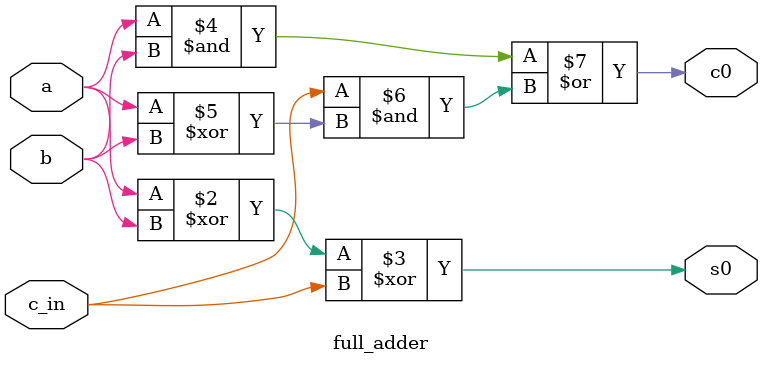
<source format=v>
module full_adder(output reg s0, c0, input wire a,b,c_in);
  always @* begin
    s0=(a^b)^c_in;
    c0=(a&b)|(c_in&(a^b));
  end
endmodule

</source>
